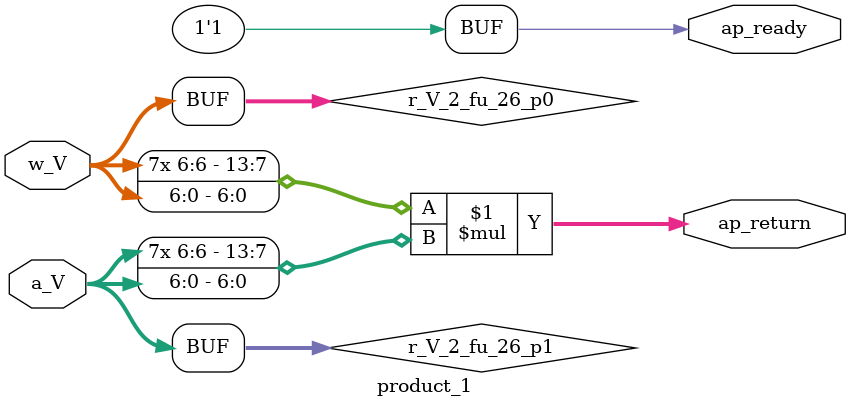
<source format=v>

`timescale 1 ns / 1 ps 

module product_1 (
        ap_ready,
        a_V,
        w_V,
        ap_return
);


output   ap_ready;
input  [6:0] a_V;
input  [6:0] w_V;
output  [13:0] ap_return;

wire  signed [6:0] r_V_2_fu_26_p0;
wire  signed [6:0] r_V_2_fu_26_p1;

assign ap_ready = 1'b1;

assign ap_return = ($signed(r_V_2_fu_26_p0) * $signed(r_V_2_fu_26_p1));

assign r_V_2_fu_26_p0 = w_V;

assign r_V_2_fu_26_p1 = a_V;

endmodule //product_1

</source>
